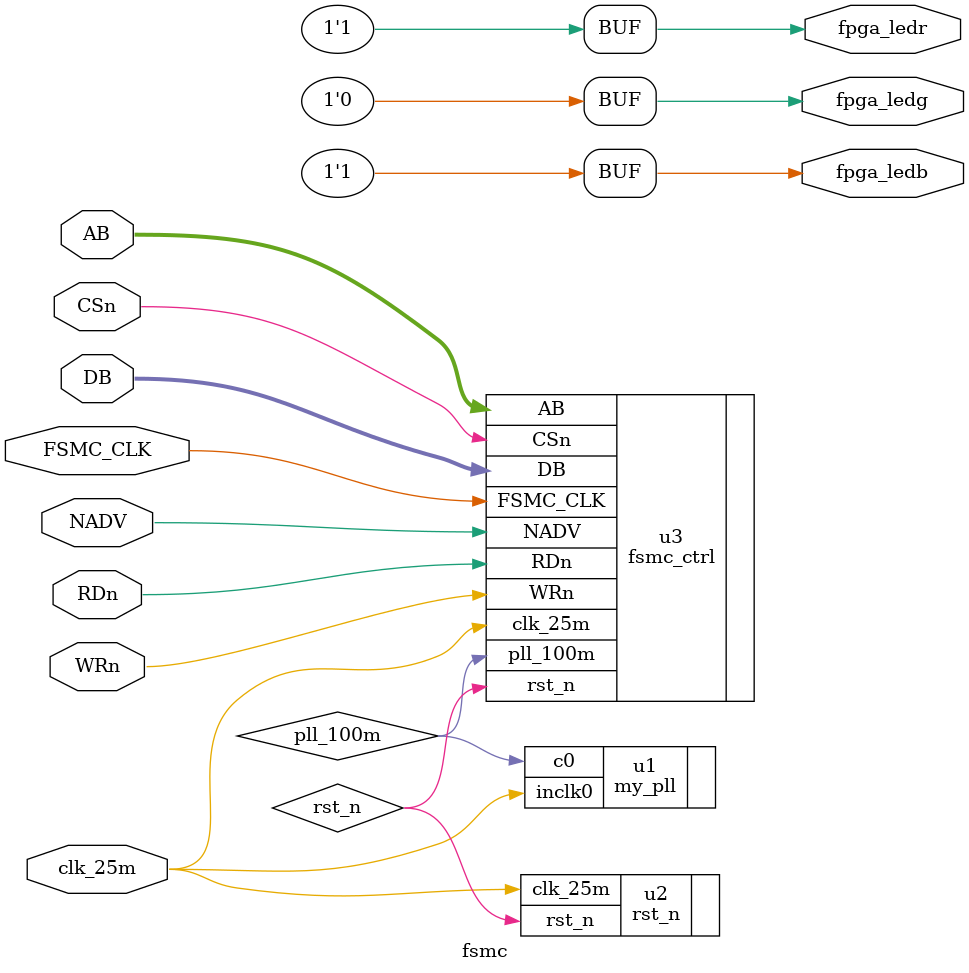
<source format=v>
 /* 
 * --------------------
 * Company					: LUOYANG GINGKO TECHNOLOGY CO.,LTD.
 * BBS						: http://www.eeschool.org
 * --------------------
 * Project Name			: fsmc
 * Module Name				: fsmc
 * Description				: The codes of "fsmc"
 * --------------------
 * Tool Versions			: Quartus II 13.1
 * Target Device			: Cyclone IV E  EP4CE15F23C8
 * --------------------
 * Engineer					: weicguodong
 * Revision					: V0.0
 * Created Date			: 2017-08-01
 * --------------------
 * Engineer					:
 * Revision					:
 * Modified Date			:
 * --------------------
 *================================================================
 *实验现象：
 *		下载时先下载fpga程序，再下载arm程序，程序正常运行时，arm和fpga的led均为绿灯亮,异常时arm红灯亮。
 *================================================================
 * --------------------
 */

//--------------------Timescale------------------------------//
`timescale 1 ns / 1 ps
//--------------------module_fsmc----------------------------//
module fsmc(
	input clk_25m,
	output fpga_ledr,
	output fpga_ledg,
	output fpga_ledb,
	
	input FSMC_CLK,
	input NADV,
	input WRn,
	input RDn,
	input CSn,
	input [23:16]AB,
	inout [15:0]DB
);
//--------------------assign-------------------------------//
	assign {fpga_ledr,fpga_ledg,fpga_ledb} = {1'd1,1'd0,1'd1};
	
//--------------------wire---------------------------------//
	wire rst_n;
	wire pll_100m;
	
//--------------------pll----------------------------------//
	my_pll u1(
		.inclk0(clk_25m),
		.c0(pll_100m)
	);

//--------------------rst_n--------------------------------//
	rst_n u2(
		.clk_25m(clk_25m),
		.rst_n(rst_n)	
	);

//--------------------rst_n--------------------------------//
	fsmc_ctrl u3(
		.clk_25m(clk_25m),
		.pll_100m(pll_100m),
		.rst_n(rst_n),
		.FSMC_CLK(FSMC_CLK),
		.NADV(NADV),
		.WRn(WRn),
		.RDn(RDn),
		.CSn(CSn),
		.AB(AB),
		.DB(DB)
	);
	
//--------------------endmodule----------------------------//
endmodule

</source>
